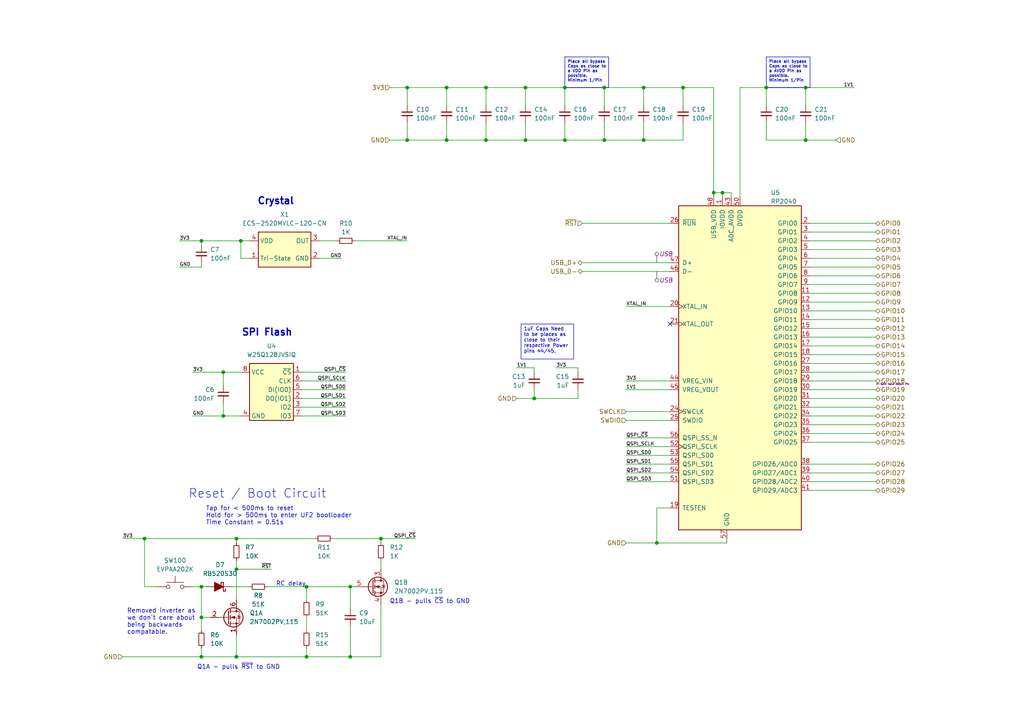
<source format=kicad_sch>
(kicad_sch (version 20250114) (generator "eeschema") (generator_version "9.0")
  (paper "A4")
  (lib_symbols
    (symbol "Device:C_Small" (pin_numbers (hide yes)) (pin_names (offset 0.254) (hide yes))
      (property "Reference" "C" (at 0.254 1.778 0))
      (property "Value" "C_Small" (at 0.254 -2.032 0))
      (symbol "C_Small_1_1"
        (pin passive line (at 0 2.54 270) (length 2.032) (name "~") (number "1"))
        (pin passive line (at 0 -2.54 90) (length 2.032) (name "~") (number "2"))
      )
    )
    (symbol "Device:R_Small" (pin_numbers (hide yes)) (pin_names (offset 0.254) (hide yes))
      (property "Reference" "R" (at 0 0 90))
      (property "Value" "R_Small" (at 1.778 0 90))
      (symbol "R_Small_1_1"
        (pin passive line (at 0 2.54 270) (length 0.762) (name "~") (number "1"))
        (pin passive line (at 0 -2.54 90) (length 0.762) (name "~") (number "2"))
      )
    )
    (symbol "FDG6335N_1" (pin_names (hide yes))
      (property "Reference" "Q" (at 5.08 1.905 0))
      (property "Value" "FDG6335N" (at 5.08 0 0))
      (symbol "FDG6335N_1_1_1"
        (pin passive line (at -5.08 0 0) (length 2.54) (name "G") (number "2"))
        (pin passive line (at 2.54 5.08 270) (length 2.54) (name "D") (number "6"))
        (pin passive line (at 2.54 -5.08 90) (length 2.54) (name "S") (number "1"))
      )
      (symbol "FDG6335N_1_2_1"
        (pin passive line (at -5.08 0 0) (length 2.54) (name "G") (number "5"))
        (pin passive line (at 2.54 5.08 270) (length 2.54) (name "D") (number "3"))
        (pin passive line (at 2.54 -5.08 90) (length 2.54) (name "S") (number "4"))
      )
    )
    (symbol "Mad_Symbols:ECS-2520MV"
      (property "Reference" "X" (at -5.08 6.35 0))
      (property "Value" "ECS-2520MV" (at -7.874 -6.35 0))
      (symbol "ECS-2520MV_1_1"
        (pin power_in line (at -10.16 2.54 0) (length 2.54) (name "VDD") (number "4"))
        (pin input line (at -10.16 -2.54 0) (length 2.54) (name "Tri-State") (number "1"))
        (pin output line (at 10.16 2.54 180) (length 2.54) (name "OUT") (number "3"))
        (pin power_in line (at 10.16 -2.54 180) (length 2.54) (name "GND") (number "2"))
      )
    )
    (symbol "Mad_Symbols:RB520S30" (pin_numbers (hide yes)) (pin_names (offset 1.016) (hide yes))
      (property "Reference" "D7" (at 0.3175 6.35 0))
      (property "Value" "RB520S30" (at 0.3175 3.81 0))
      (symbol "RB520S30_1_1"
        (pin passive line (at -3.81 0 0) (length 2.54) (name "A") (number "2"))
        (pin passive line (at 3.81 0 180) (length 2.54) (name "K") (number "1"))
      )
    )
    (symbol "Mad_Symbols:RP2040" (pin_names (offset 1.016))
      (property "Reference" "U4" (at 13.97 51.816 0))
      (property "Value" "RP2040" (at 13.97 49.276 0))
      (symbol "RP2040_1_1"
        (pin input line (at -20.32 43.18 0) (length 2.54) (name "~{RUN}") (number "26"))
        (pin bidirectional line (at -20.32 31.75 0) (length 2.54) (name "D+") (number "47"))
        (pin bidirectional line (at -20.32 29.21 0) (length 2.54) (name "D-") (number "46"))
        (pin input clock (at -20.32 19.05 0) (length 2.54) (name "XTAL_IN") (number "20"))
        (pin input clock (at -20.32 13.97 0) (length 2.54) (name "XTAL_OUT") (number "21"))
        (pin power_in line (at -20.32 -2.54 0) (length 2.54) (name "VREG_VIN") (number "44"))
        (pin power_out line (at -20.32 -5.08 0) (length 2.54) (name "VREG_VOUT") (number "45"))
        (pin input clock (at -20.32 -11.43 0) (length 2.54) (name "SWCLK") (number "24"))
        (pin bidirectional line (at -20.32 -13.97 0) (length 2.54) (name "SWDIO") (number "25"))
        (pin bidirectional line (at -20.32 -19.05 0) (length 2.54) (name "QSPI_SS_N") (number "56"))
        (pin output clock (at -20.32 -21.59 0) (length 2.54) (name "QSPI_SCLK") (number "52"))
        (pin bidirectional line (at -20.32 -24.13 0) (length 2.54) (name "QSPI_SD0") (number "53"))
        (pin bidirectional line (at -20.32 -26.67 0) (length 2.54) (name "QSPI_SD1") (number "55"))
        (pin bidirectional line (at -20.32 -29.21 0) (length 2.54) (name "QSPI_SD2") (number "54"))
        (pin bidirectional line (at -20.32 -31.75 0) (length 2.54) (name "QSPI_SD3") (number "51"))
        (pin input line (at -20.32 -39.37 0) (length 2.54) (name "TESTEN") (number "19"))
        (pin power_in line (at -7.62 50.8 270) (length 2.54) (name "USB_VDD") (number "48"))
        (pin power_in line (at -5.08 50.8 270) (length 2.54) (name "IOVDD") (number "1"))
        (pin passive line (at -5.08 50.8 270) (length 2.54) (hide yes) (name "IOVDD") (number "10"))
        (pin passive line (at -5.08 50.8 270) (length 2.54) (hide yes) (name "IOVDD") (number "22"))
        (pin passive line (at -5.08 50.8 270) (length 2.54) (hide yes) (name "IOVDD") (number "33"))
        (pin passive line (at -5.08 50.8 270) (length 2.54) (hide yes) (name "IOVDD") (number "42"))
        (pin passive line (at -5.08 50.8 270) (length 2.54) (hide yes) (name "IOVDD") (number "49"))
        (pin power_in line (at -3.81 -48.26 90) (length 2.54) (name "GND") (number "57"))
        (pin power_in line (at -2.54 50.8 270) (length 2.54) (name "ADC_AVDD") (number "43"))
        (pin passive line (at 0 50.8 270) (length 2.54) (hide yes) (name "DVDD") (number "23"))
        (pin power_in line (at 0 50.8 270) (length 2.54) (name "DVDD") (number "50"))
        (pin input line (at 20.32 43.18 180) (length 2.54) (name "GPIO0") (number "2"))
        (pin input line (at 20.32 40.64 180) (length 2.54) (name "GPIO1") (number "3"))
        (pin input line (at 20.32 38.1 180) (length 2.54) (name "GPIO2") (number "4"))
        (pin input line (at 20.32 35.56 180) (length 2.54) (name "GPIO3") (number "5"))
        (pin input line (at 20.32 33.02 180) (length 2.54) (name "GPIO4") (number "6"))
        (pin input line (at 20.32 30.48 180) (length 2.54) (name "GPIO5") (number "7"))
        (pin input line (at 20.32 27.94 180) (length 2.54) (name "GPIO6") (number "8"))
        (pin input line (at 20.32 25.4 180) (length 2.54) (name "GPIO7") (number "9"))
        (pin input line (at 20.32 22.86 180) (length 2.54) (name "GPIO8") (number "11"))
        (pin input line (at 20.32 20.32 180) (length 2.54) (name "GPIO9") (number "12"))
        (pin input line (at 20.32 17.78 180) (length 2.54) (name "GPIO10") (number "13"))
        (pin input line (at 20.32 15.24 180) (length 2.54) (name "GPIO11") (number "14"))
        (pin input line (at 20.32 12.7 180) (length 2.54) (name "GPIO12") (number "15"))
        (pin input line (at 20.32 10.16 180) (length 2.54) (name "GPIO13") (number "16"))
        (pin input line (at 20.32 7.62 180) (length 2.54) (name "GPIO14") (number "17"))
        (pin input line (at 20.32 5.08 180) (length 2.54) (name "GPIO15") (number "18"))
        (pin input line (at 20.32 2.54 180) (length 2.54) (name "GPIO16") (number "27"))
        (pin input line (at 20.32 0 180) (length 2.54) (name "GPIO17") (number "28"))
        (pin input line (at 20.32 -2.54 180) (length 2.54) (name "GPIO18") (number "29"))
        (pin input line (at 20.32 -5.08 180) (length 2.54) (name "GPIO19") (number "30"))
        (pin input line (at 20.32 -7.62 180) (length 2.54) (name "GPIO20") (number "31"))
        (pin input line (at 20.32 -10.16 180) (length 2.54) (name "GPIO21") (number "32"))
        (pin input line (at 20.32 -12.7 180) (length 2.54) (name "GPIO22") (number "34"))
        (pin input line (at 20.32 -15.24 180) (length 2.54) (name "GPIO23") (number "35"))
        (pin input line (at 20.32 -17.78 180) (length 2.54) (name "GPIO24") (number "36"))
        (pin input line (at 20.32 -20.32 180) (length 2.54) (name "GPIO25") (number "37"))
        (pin input line (at 20.32 -26.67 180) (length 2.54) (name "GPIO26/ADC0") (number "38"))
        (pin input line (at 20.32 -29.21 180) (length 2.54) (name "GPIO27/ADC1") (number "39"))
        (pin input line (at 20.32 -31.75 180) (length 2.54) (name "GPIO28/ADC2") (number "40"))
        (pin input line (at 20.32 -34.29 180) (length 2.54) (name "GPIO29/ADC3") (number "41"))
      )
    )
    (symbol "Mad_Symbols:W25Q128JVSIQ"
      (property "Reference" "U3" (at 1.905 10.795 0))
      (property "Value" "W25Q128JVSIQ" (at -3.81 8.89 0))
      (symbol "W25Q128JVSIQ_1_1"
        (pin input line (at -12.7 5.08 0) (length 2.54) (name "~{CS}") (number "1"))
        (pin input line (at -12.7 2.54 0) (length 2.54) (name "CLK") (number "6"))
        (pin bidirectional line (at -12.7 0 0) (length 2.54) (name "DI(IO0)") (number "5"))
        (pin bidirectional line (at -12.7 -2.54 0) (length 2.54) (name "DO(IO1)") (number "2"))
        (pin bidirectional line (at -12.7 -5.08 0) (length 2.54) (name "IO2") (number "3"))
        (pin bidirectional line (at -12.7 -7.62 0) (length 2.54) (name "IO3") (number "7"))
        (pin power_in line (at 5.08 5.08 180) (length 2.54) (name "VCC") (number "8"))
        (pin power_in line (at 5.08 -7.62 180) (length 2.54) (name "GND") (number "4"))
      )
    )
    (symbol "Switch:SW_Push" (pin_numbers (hide yes)) (pin_names (offset 1.016) (hide yes))
      (property "Reference" "SW" (at 1.27 2.54 0))
      (property "Value" "SW_Push" (at 0 -1.524 0))
      (symbol "SW_Push_0_1"
        (pin passive line (at -5.08 0 0) (length 2.54) (name "1") (number "1"))
        (pin passive line (at 5.08 0 180) (length 2.54) (name "2") (number "2"))
      )
    )
  )
  (text "SPI Flash" (at 77.47 96.52 0) (effects (font (size 2 2) (thickness 0.4) (bold yes))))
  (text "Tap for < 500ms to reset\nHold for > 500ms to enter UF2 bootloader\nTime Constant = 0.51s" (at 59.69 152.4 0) (effects (font (size 1.27 1.27)) (justify left bottom)))
  (text "Removed inverter as\nwe don't care about \nbeing backwards \ncompatable." (at 36.83 184.15 0) (effects (font (size 1.27 1.27)) (justify left bottom)))
  (text "Q1B - pulls ~{CS} to GND" (at 113.03 175.26 0) (effects (font (size 1.27 1.27)) (justify left bottom)))
  (text "Reset / Boot Circuit" (at 54.61 144.78 0) (effects (font (size 2.54 2.54)) (justify left bottom)))
  (text "Crystal" (at 80.01 58.42 0) (effects (font (size 2 2) (thickness 0.4) (bold yes))))
  (text "RC delay" (at 80.01 170.18 0) (effects (font (size 1.27 1.27)) (justify left bottom)))
  (text "Q1A - pulls ~{RST} to GND" (at 57.15 194.31 0) (effects (font (size 1.27 1.27)) (justify left bottom)))
  (text_box "Place all bypass Caps as close to a AVDD Pin as possible. Minimum 1/Pin" (at 222.25 16.51 0) (size 12.7 8.89) (margins 0.75 0.75 0.75 0.75) (effects (font (size 0.85 0.85)) (justify left top)))
  (text_box "Place all bypass Caps as close to a VDD Pin as possible. Minimum 1/Pin" (at 163.83 16.51 0) (size 12.7 8.89) (margins 0.75 0.75 0.75 0.75) (effects (font (size 0.85 0.85)) (justify left top)))
  (text_box "1uF Caps Need to be places as close to their respective Power pins 44/45." (at 151.13 93.98 0) (size 15.24 10.16) (margins 0.75 0.75 0.75 0.75) (effects (font (size 1 1)) (justify left top)))
  (junction (at 233.68 25.4))
  (junction (at 58.42 179.07))
  (junction (at 140.97 25.4))
  (junction (at 64.77 107.95))
  (junction (at 68.58 190.5))
  (junction (at 69.85 69.85))
  (junction (at 152.4 40.64))
  (junction (at 118.11 40.64))
  (junction (at 129.54 40.64))
  (junction (at 186.69 40.64))
  (junction (at 198.12 25.4))
  (junction (at 68.58 165.1))
  (junction (at 154.94 115.57))
  (junction (at 186.69 25.4))
  (junction (at 58.42 190.5))
  (junction (at 41.91 156.21))
  (junction (at 118.11 25.4))
  (junction (at 58.42 170.18))
  (junction (at 101.6 190.5))
  (junction (at 233.68 40.64))
  (junction (at 163.83 25.4))
  (junction (at 88.9 170.18))
  (junction (at 152.4 25.4))
  (junction (at 175.26 40.64))
  (junction (at 88.9 190.5))
  (junction (at 175.26 25.4))
  (junction (at 64.77 120.65))
  (junction (at 207.01 55.88))
  (junction (at 222.25 25.4))
  (junction (at 140.97 40.64))
  (junction (at 129.54 25.4))
  (junction (at 68.58 156.21))
  (junction (at 209.55 55.88))
  (junction (at 163.83 40.64))
  (junction (at 101.6 170.18))
  (junction (at 58.42 69.85))
  (junction (at 190.5 157.48))
  (junction (at 110.49 156.21))
  (no_connect (at 194.31 93.98))
  (wire (pts (xy 234.95 82.55) (xy 254 82.55)))
  (wire (pts (xy 233.68 40.64) (xy 242.57 40.64)))
  (wire (pts (xy 234.95 77.47) (xy 254 77.47)))
  (wire (pts (xy 222.25 35.56) (xy 222.25 40.64)))
  (wire (pts (xy 233.68 35.56) (xy 233.68 40.64)))
  (wire (pts (xy 234.95 87.63) (xy 254 87.63)))
  (wire (pts (xy 234.95 80.01) (xy 254 80.01)))
  (wire (pts (xy 113.03 25.4) (xy 118.11 25.4)))
  (wire (pts (xy 129.54 40.64) (xy 140.97 40.64)))
  (wire (pts (xy 234.95 139.7) (xy 254 139.7)))
  (wire (pts (xy 101.6 170.18) (xy 102.87 170.18)))
  (wire (pts (xy 35.56 156.21) (xy 41.91 156.21)))
  (wire (pts (xy 41.91 156.21) (xy 41.91 170.18)))
  (wire (pts (xy 234.95 105.41) (xy 254 105.41)))
  (wire (pts (xy 181.61 127) (xy 194.31 127)))
  (wire (pts (xy 210.82 157.48) (xy 210.82 156.21)))
  (wire (pts (xy 234.95 64.77) (xy 254 64.77)))
  (wire (pts (xy 181.61 88.9) (xy 194.31 88.9)))
  (wire (pts (xy 214.63 25.4) (xy 214.63 57.15)))
  (wire (pts (xy 149.86 106.68) (xy 154.94 106.68)))
  (wire (pts (xy 234.95 142.24) (xy 254 142.24)))
  (wire (pts (xy 234.95 90.17) (xy 254 90.17)))
  (wire (pts (xy 209.55 55.88) (xy 212.09 55.88)))
  (wire (pts (xy 69.85 120.65) (xy 64.77 120.65)))
  (wire (pts (xy 234.95 69.85) (xy 254 69.85)))
  (wire (pts (xy 69.85 69.85) (xy 69.85 74.93)))
  (wire (pts (xy 168.91 64.77) (xy 194.31 64.77)))
  (wire (pts (xy 186.69 35.56) (xy 186.69 40.64)))
  (wire (pts (xy 234.95 102.87) (xy 254 102.87)))
  (wire (pts (xy 41.91 170.18) (xy 45.72 170.18)))
  (wire (pts (xy 181.61 132.08) (xy 194.31 132.08)))
  (wire (pts (xy 101.6 190.5) (xy 110.49 190.5)))
  (wire (pts (xy 140.97 25.4) (xy 152.4 25.4)))
  (wire (pts (xy 234.95 85.09) (xy 254 85.09)))
  (wire (pts (xy 68.58 190.5) (xy 88.9 190.5)))
  (wire (pts (xy 129.54 25.4) (xy 140.97 25.4)))
  (wire (pts (xy 181.61 157.48) (xy 190.5 157.48)))
  (wire (pts (xy 190.5 157.48) (xy 190.5 147.32)))
  (wire (pts (xy 58.42 170.18) (xy 59.69 170.18)))
  (wire (pts (xy 129.54 25.4) (xy 129.54 30.48)))
  (wire (pts (xy 140.97 40.64) (xy 152.4 40.64)))
  (wire (pts (xy 100.33 107.95) (xy 87.63 107.95)))
  (wire (pts (xy 68.58 165.1) (xy 68.58 173.99)))
  (wire (pts (xy 58.42 179.07) (xy 60.96 179.07)))
  (wire (pts (xy 233.68 25.4) (xy 233.68 30.48)))
  (wire (pts (xy 68.58 162.56) (xy 68.58 165.1)))
  (wire (pts (xy 209.55 55.88) (xy 209.55 57.15)))
  (wire (pts (xy 72.39 74.93) (xy 69.85 74.93)))
  (wire (pts (xy 100.33 115.57) (xy 87.63 115.57)))
  (wire (pts (xy 207.01 55.88) (xy 207.01 57.15)))
  (wire (pts (xy 55.88 120.65) (xy 64.77 120.65)))
  (wire (pts (xy 154.94 106.68) (xy 154.94 107.95)))
  (wire (pts (xy 68.58 165.1) (xy 78.74 165.1)))
  (wire (pts (xy 88.9 187.96) (xy 88.9 190.5)))
  (wire (pts (xy 154.94 115.57) (xy 167.64 115.57)))
  (wire (pts (xy 234.95 92.71) (xy 254 92.71)))
  (wire (pts (xy 207.01 55.88) (xy 209.55 55.88)))
  (wire (pts (xy 58.42 69.85) (xy 69.85 69.85)))
  (wire (pts (xy 222.25 25.4) (xy 233.68 25.4)))
  (wire (pts (xy 102.87 69.85) (xy 118.11 69.85)))
  (wire (pts (xy 69.85 69.85) (xy 72.39 69.85)))
  (wire (pts (xy 234.95 115.57) (xy 254 115.57)))
  (wire (pts (xy 92.71 74.93) (xy 99.06 74.93)))
  (wire (pts (xy 58.42 170.18) (xy 58.42 179.07)))
  (wire (pts (xy 167.64 113.03) (xy 167.64 115.57)))
  (wire (pts (xy 168.91 78.74) (xy 194.31 78.74)))
  (wire (pts (xy 110.49 175.26) (xy 110.49 190.5)))
  (wire (pts (xy 77.47 170.18) (xy 88.9 170.18)))
  (wire (pts (xy 101.6 181.61) (xy 101.6 190.5)))
  (wire (pts (xy 68.58 184.15) (xy 68.58 190.5)))
  (wire (pts (xy 214.63 25.4) (xy 222.25 25.4)))
  (wire (pts (xy 163.83 40.64) (xy 163.83 35.56)))
  (wire (pts (xy 140.97 25.4) (xy 140.97 30.48)))
  (wire (pts (xy 222.25 25.4) (xy 222.25 30.48)))
  (wire (pts (xy 234.95 123.19) (xy 254 123.19)))
  (wire (pts (xy 186.69 40.64) (xy 198.12 40.64)))
  (wire (pts (xy 181.61 137.16) (xy 194.31 137.16)))
  (wire (pts (xy 52.07 77.47) (xy 58.42 77.47)))
  (wire (pts (xy 198.12 25.4) (xy 207.01 25.4)))
  (wire (pts (xy 68.58 156.21) (xy 68.58 157.48)))
  (wire (pts (xy 92.71 69.85) (xy 97.79 69.85)))
  (wire (pts (xy 234.95 67.31) (xy 254 67.31)))
  (wire (pts (xy 152.4 40.64) (xy 163.83 40.64)))
  (wire (pts (xy 129.54 40.64) (xy 129.54 35.56)))
  (wire (pts (xy 64.77 107.95) (xy 64.77 111.76)))
  (wire (pts (xy 68.58 156.21) (xy 91.44 156.21)))
  (wire (pts (xy 100.33 110.49) (xy 87.63 110.49)))
  (wire (pts (xy 118.11 25.4) (xy 118.11 30.48)))
  (wire (pts (xy 55.88 170.18) (xy 58.42 170.18)))
  (wire (pts (xy 101.6 170.18) (xy 101.6 176.53)))
  (wire (pts (xy 58.42 190.5) (xy 68.58 190.5)))
  (wire (pts (xy 175.26 40.64) (xy 186.69 40.64)))
  (wire (pts (xy 181.61 134.62) (xy 194.31 134.62)))
  (wire (pts (xy 234.95 107.95) (xy 254 107.95)))
  (wire (pts (xy 186.69 25.4) (xy 198.12 25.4)))
  (wire (pts (xy 234.95 110.49) (xy 254 110.49)))
  (wire (pts (xy 234.95 134.62) (xy 254 134.62)))
  (wire (pts (xy 96.52 156.21) (xy 110.49 156.21)))
  (wire (pts (xy 234.95 97.79) (xy 254 97.79)))
  (wire (pts (xy 52.07 69.85) (xy 58.42 69.85)))
  (wire (pts (xy 64.77 116.84) (xy 64.77 120.65)))
  (wire (pts (xy 152.4 35.56) (xy 152.4 40.64)))
  (wire (pts (xy 163.83 25.4) (xy 175.26 25.4)))
  (wire (pts (xy 41.91 156.21) (xy 68.58 156.21)))
  (wire (pts (xy 118.11 35.56) (xy 118.11 40.64)))
  (wire (pts (xy 163.83 40.64) (xy 175.26 40.64)))
  (wire (pts (xy 234.95 137.16) (xy 254 137.16)))
  (wire (pts (xy 234.95 72.39) (xy 254 72.39)))
  (wire (pts (xy 110.49 156.21) (xy 120.65 156.21)))
  (wire (pts (xy 207.01 25.4) (xy 207.01 55.88)))
  (wire (pts (xy 168.91 76.2) (xy 194.31 76.2)))
  (wire (pts (xy 110.49 162.56) (xy 110.49 165.1)))
  (wire (pts (xy 58.42 187.96) (xy 58.42 190.5)))
  (wire (pts (xy 175.26 25.4) (xy 175.26 30.48)))
  (wire (pts (xy 198.12 25.4) (xy 198.12 30.48)))
  (wire (pts (xy 118.11 25.4) (xy 129.54 25.4)))
  (wire (pts (xy 154.94 113.03) (xy 154.94 115.57)))
  (wire (pts (xy 58.42 77.47) (xy 58.42 76.2)))
  (wire (pts (xy 88.9 170.18) (xy 88.9 173.99)))
  (wire (pts (xy 140.97 35.56) (xy 140.97 40.64)))
  (wire (pts (xy 88.9 170.18) (xy 101.6 170.18)))
  (wire (pts (xy 88.9 190.5) (xy 101.6 190.5)))
  (wire (pts (xy 198.12 35.56) (xy 198.12 40.64)))
  (wire (pts (xy 212.09 55.88) (xy 212.09 57.15)))
  (wire (pts (xy 35.56 190.5) (xy 58.42 190.5)))
  (wire (pts (xy 234.95 120.65) (xy 254 120.65)))
  (wire (pts (xy 181.61 129.54) (xy 194.31 129.54)))
  (wire (pts (xy 113.03 40.64) (xy 118.11 40.64)))
  (wire (pts (xy 175.26 40.64) (xy 175.26 35.56)))
  (wire (pts (xy 161.29 106.68) (xy 167.64 106.68)))
  (wire (pts (xy 234.95 95.25) (xy 254 95.25)))
  (wire (pts (xy 152.4 25.4) (xy 163.83 25.4)))
  (wire (pts (xy 58.42 71.12) (xy 58.42 69.85)))
  (wire (pts (xy 181.61 119.38) (xy 194.31 119.38)))
  (wire (pts (xy 67.31 170.18) (xy 72.39 170.18)))
  (wire (pts (xy 88.9 179.07) (xy 88.9 182.88)))
  (wire (pts (xy 190.5 157.48) (xy 210.82 157.48)))
  (wire (pts (xy 152.4 25.4) (xy 152.4 30.48)))
  (wire (pts (xy 186.69 25.4) (xy 186.69 30.48)))
  (wire (pts (xy 181.61 121.92) (xy 194.31 121.92)))
  (wire (pts (xy 234.95 100.33) (xy 254 100.33)))
  (wire (pts (xy 118.11 40.64) (xy 129.54 40.64)))
  (wire (pts (xy 181.61 113.03) (xy 194.31 113.03)))
  (wire (pts (xy 234.95 118.11) (xy 254 118.11)))
  (wire (pts (xy 100.33 118.11) (xy 87.63 118.11)))
  (wire (pts (xy 233.68 25.4) (xy 247.65 25.4)))
  (wire (pts (xy 100.33 120.65) (xy 87.63 120.65)))
  (wire (pts (xy 69.85 107.95) (xy 64.77 107.95)))
  (wire (pts (xy 234.95 125.73) (xy 254 125.73)))
  (wire (pts (xy 149.86 115.57) (xy 154.94 115.57)))
  (wire (pts (xy 55.88 107.95) (xy 64.77 107.95)))
  (wire (pts (xy 175.26 25.4) (xy 186.69 25.4)))
  (wire (pts (xy 58.42 179.07) (xy 58.42 182.88)))
  (wire (pts (xy 167.64 106.68) (xy 167.64 107.95)))
  (wire (pts (xy 163.83 25.4) (xy 163.83 30.48)))
  (wire (pts (xy 234.95 113.03) (xy 254 113.03)))
  (wire (pts (xy 181.61 139.7) (xy 194.31 139.7)))
  (wire (pts (xy 100.33 113.03) (xy 87.63 113.03)))
  (wire (pts (xy 234.95 128.27) (xy 254 128.27)))
  (wire (pts (xy 190.5 147.32) (xy 194.31 147.32)))
  (wire (pts (xy 234.95 74.93) (xy 254 74.93)))
  (wire (pts (xy 233.68 40.64) (xy 222.25 40.64)))
  (wire (pts (xy 181.61 110.49) (xy 194.31 110.49)))
  (wire (pts (xy 110.49 156.21) (xy 110.49 157.48)))
  (label "QSPI_SD3" (at 100.33 120.65 180) (effects (font (size 1 1))))
  (label "1V1" (at 181.61 113.03 0) (effects (font (size 1 1))))
  (label "XTAL_IN" (at 118.11 69.85 180) (effects (font (size 1 1))))
  (label "QSPI_SD1" (at 100.33 115.57 180) (effects (font (size 1 1))))
  (label "GND" (at 99.06 74.93 180) (effects (font (size 1 1))))
  (label "QSPI_~{CS}" (at 181.61 127 0) (effects (font (size 1 1))))
  (label "3V3" (at 35.56 156.21 0) (effects (font (size 1 1))))
  (label "1V1" (at 247.65 25.4 180) (effects (font (size 1 1))))
  (label "QSPI_SCLK" (at 100.33 110.49 180) (effects (font (size 1 1))))
  (label "QSPI_SD0" (at 100.33 113.03 180) (effects (font (size 1 1))))
  (label "QSPI_SD2" (at 100.33 118.11 180) (effects (font (size 1 1))))
  (label "3V3" (at 181.61 110.49 0) (effects (font (size 1 1))))
  (label "QSPI_SD3" (at 181.61 139.7 0) (effects (font (size 1 1))))
  (label "GND" (at 55.88 120.65 0) (effects (font (size 1 1))))
  (label "QSPI_~{CS}" (at 100.33 107.95 180) (effects (font (size 1 1))))
  (label "~{RST}" (at 78.74 165.1 180) (effects (font (size 1 1))))
  (label "GND" (at 52.07 77.47 0) (effects (font (size 1 1))))
  (label "QSPI_SCLK" (at 181.61 129.54 0) (effects (font (size 1 1))))
  (label "3V3" (at 161.29 106.68 0) (effects (font (size 1 1))))
  (label "QSPI_SD2" (at 181.61 137.16 0) (effects (font (size 1 1))))
  (label "3V3" (at 52.07 69.85 0) (effects (font (size 1 1))))
  (label "QSPI_~{CS}" (at 120.65 156.21 180) (effects (font (size 1 1))))
  (label "1V1" (at 149.86 106.68 0) (effects (font (size 1 1))))
  (label "XTAL_IN" (at 181.61 88.9 0) (effects (font (size 1 1))))
  (label "QSPI_SD1" (at 181.61 134.62 0) (effects (font (size 1 1))))
  (label "3V3" (at 55.88 107.95 0) (effects (font (size 1 1))))
  (label "QSPI_SD0" (at 181.61 132.08 0) (effects (font (size 1 1))))
  (hierarchical_label "GPIO20" (shape bidirectional) (at 254 115.57 0))
  (hierarchical_label "GND" (shape input) (at 181.61 157.48 180))
  (hierarchical_label "GPIO3" (shape bidirectional) (at 254 72.39 0))
  (hierarchical_label "GPIO15" (shape bidirectional) (at 254 102.87 0))
  (hierarchical_label "GPIO14" (shape bidirectional) (at 254 100.33 0))
  (hierarchical_label "GPIO11" (shape bidirectional) (at 254 92.71 0))
  (hierarchical_label "GPIO2" (shape bidirectional) (at 254 69.85 0))
  (hierarchical_label "GPIO10" (shape bidirectional) (at 254 90.17 0))
  (hierarchical_label "~{RST}" (shape input) (at 168.91 64.77 180))
  (hierarchical_label "GPIO5" (shape bidirectional) (at 254 77.47 0))
  (hierarchical_label "GPIO9" (shape bidirectional) (at 254 87.63 0))
  (hierarchical_label "GPIO29" (shape bidirectional) (at 254 142.24 0))
  (hierarchical_label "GPIO27" (shape bidirectional) (at 254 137.16 0))
  (hierarchical_label "GPIO26" (shape bidirectional) (at 254 134.62 0))
  (hierarchical_label "GPIO19" (shape bidirectional) (at 254 113.03 0))
  (hierarchical_label "GPIO16" (shape bidirectional) (at 254 105.41 0))
  (hierarchical_label "USB_D-" (shape bidirectional) (at 168.91 78.74 180))
  (hierarchical_label "GPIO0" (shape bidirectional) (at 254 64.77 0))
  (hierarchical_label "GPIO25" (shape bidirectional) (at 254 128.27 0))
  (hierarchical_label "GPIO17" (shape bidirectional) (at 254 107.95 0))
  (hierarchical_label "SWCLK" (shape input) (at 181.61 119.38 180))
  (hierarchical_label "GND" (shape input) (at 149.86 115.57 180))
  (hierarchical_label "GPIO23" (shape bidirectional) (at 254 123.19 0))
  (hierarchical_label "GPIO21" (shape bidirectional) (at 254 118.11 0))
  (hierarchical_label "GPIO1" (shape bidirectional) (at 254 67.31 0))
  (hierarchical_label "USB_D+" (shape bidirectional) (at 168.91 76.2 180))
  (hierarchical_label "GND" (shape input) (at 35.56 190.5 180))
  (hierarchical_label "GPIO7" (shape bidirectional) (at 254 82.55 0))
  (hierarchical_label "GPIO18" (shape bidirectional) (at 254 110.49 0) (property "IF" "Split Hand Detect Pin" (at 254 111.375 0) (show_name yes) (effects (font (size 0.5 0.5) (italic yes)) (justify left))))
  (hierarchical_label "GPIO4" (shape bidirectional) (at 254 74.93 0))
  (hierarchical_label "GPIO13" (shape bidirectional) (at 254 97.79 0))
  (hierarchical_label "GPIO22" (shape bidirectional) (at 254 120.65 0))
  (hierarchical_label "3V3" (shape input) (at 113.03 25.4 180))
  (hierarchical_label "GPIO8" (shape bidirectional) (at 254 85.09 0))
  (hierarchical_label "GPIO24" (shape bidirectional) (at 254 125.73 0))
  (hierarchical_label "GND" (shape input) (at 113.03 40.64 180))
  (hierarchical_label "GPIO28" (shape bidirectional) (at 254 139.7 0))
  (hierarchical_label "GPIO6" (shape bidirectional) (at 254 80.01 0))
  (hierarchical_label "SWDIO" (shape input) (at 181.61 121.92 180))
  (hierarchical_label "GPIO12" (shape bidirectional) (at 254 95.25 0))
  (hierarchical_label "GND" (shape input) (at 242.57 40.64 0))
  (netclass_flag "" (length 2.54) (shape round) (at 190.5 78.74 180) (property "Netclass" "USB" (at 191.1985 81.28 0) (effects (font (italic yes)) (justify left))))
  (netclass_flag "" (length 2.54) (shape round) (at 190.5 76.2 0) (property "Netclass" "USB" (at 191.1985 73.66 0) (effects (font (italic yes)) (justify left))))
  (symbol (lib_id "Device:C_Small") (at 152.4 33.02 0) (mirror y) (unit 1)
    (property "Reference" "C14" (at 154.94 31.7562 0) (effects (justify right)))
    (property "Value" "100nF" (at 154.94 34.2962 0) (effects (justify right)))
    (property "Footprint" "Capacitor_SMD:C_0603_1608Metric" (effects (hide yes)))
    (property "Datasheet" "https://www.yageo.com/upload/media/product/productsearch/datasheet/mlcc/UPY-GPHC_X7R_6.3V-to-250V_24.pdf" (effects (hide yes)))
    (property "Description" "0.1 µF ±10% 50V Ceramic Capacitor X7R 0603 (1608 Metric)" (effects (hide yes)))
    (property "MPN" "CC0603KPX7R9BB104" (effects (hide yes)))
    (property "Manufacturer" "YAGEO" (effects (hide yes)))
    (property "Price" "$0.10 " (effects (hide yes)))
    (property "Rating" "CAP CER 0.1UF 50V X7R 0603" (effects (hide yes)))
    (property "Supplier" "Digikey" (effects (hide yes)))
    (property "LCSC" "C432917" (effects (hide yes)))
    (property "digikey" "311-3567-1-ND" (effects (hide yes)))
    (property "mouser" "603-CC603KPX7R9BB104" (effects (hide yes)))
  )
  (symbol (lib_name "FDG6335N_1") (lib_id "Transistor_FET:FDG6335N") (at 107.95 170.18 0) (unit 2)
    (property "Reference" "Q1" (at 114.3 168.9099 0) (effects (justify left)))
    (property "Value" "2N7002PV,115" (at 114.3 171.4499 0) (effects (justify left)))
    (property "Footprint" "Package_TO_SOT_SMD:SOT-666" (effects (hide yes)))
    (property "Datasheet" "https://wmsc.lcsc.com/wmsc/upload/file/pdf/v2/lcsc/2006101914_Nexperia-2N7002PV-115_C551422.pdf" (effects (hide yes)))
    (property "Description" "Mosfet Array 60V 350mA 330mW Surface Mount SOT-666" (effects (hide yes)))
    (property "Price" "$0.64" (effects (hide yes)))
    (property "Rating" "MOSFET 2N-CH 60V 0.35A SOT666" (effects (hide yes)))
    (property "Supplier" "Digikey" (effects (hide yes)))
    (property "Manufacturer" "Diodes Incorporated" (effects (hide yes)))
    (property "MPN" "2N7002PV,115" (effects (hide yes)))
    (property "LCSC" "C551422" (effects (hide yes)))
    (property "digikey" "1727-4792-1-ND" (effects (hide yes)))
    (property "mouser" "771-2N7002PV-115" (effects (hide yes)))
  )
  (symbol (lib_id "Device:R_Small") (at 68.58 160.02 180) (unit 1)
    (property "Reference" "R7" (at 71.12 158.7499 0) (effects (justify right)))
    (property "Value" "10K" (at 71.12 161.2899 0) (effects (justify right)))
    (property "Footprint" "Resistor_SMD:R_0603_1608Metric" (effects (hide yes)))
    (property "Datasheet" "https://www.yageo.com/upload/media/product/products/datasheet/rchip/PYu-RC_Group_51_RoHS_L_12.pdf" (effects (hide yes)))
    (property "Description" "10 kOhms ±1% 0.1W, 1/10W Chip Resistor 0603 (1608 Metric) Moisture Resistant Thick Film" (effects (hide yes)))
    (property "Price" "$0.10 " (effects (hide yes)))
    (property "Rating" "RES 10K OHM 1% 1/16W 0603" (effects (hide yes)))
    (property "Supplier" "Digikey" (effects (hide yes)))
    (property "Manufacturer" "YAGEO" (effects (hide yes)))
    (property "MPN" "RC0603FR-0710KL" (effects (hide yes)))
    (property "LCSC" "C60490" (effects (hide yes)))
    (property "digikey" "311-10.0KHRCT-ND" (effects (hide yes)))
    (property "mouser" "603-RC0603FR-0710KL" (effects (hide yes)))
  )
  (symbol (lib_id "Mad_Symbols:RP2040") (at 214.63 107.95 0) (unit 1)
    (property "Reference" "U5" (at 223.52 55.88 0) (effects (justify left)))
    (property "Value" "RP2040" (at 223.52 58.42 0) (effects (justify left)))
    (property "Footprint" "Package_DFN_QFN:QFN-56-1EP_7x7mm_P0.4mm_EP3.2x3.2mm" (effects (hide yes)))
    (property "Datasheet" "https://datasheets.raspberrypi.com/rp2040/rp2040-datasheet.pdf" (effects (hide yes)))
    (property "Description" "ARM® Cortex®-M0+ - Microcontroller IC 32-Bit Dual-Core 133MHz External Program Memory 56-QFN (7x7)" (effects (hide yes)))
    (property "Price" "$1.11" (effects (hide yes)))
    (property "Rating" "IC MCU 32BIT EXT MEM 56QFN" (effects (hide yes)))
    (property "Supplier" "Digikey" (effects (hide yes)))
    (property "Manufacturer" "Raspberry Pi" (effects (hide yes)))
    (property "MPN" "SC0914(13)" (effects (hide yes)))
    (property "LCSC" "C2040" (effects (hide yes)))
    (property "digikey" "2648-SC0914(13)CT-ND" (effects (hide yes)))
    (property "mouser" "358-SC091413" (effects (hide yes)))
  )
  (symbol (lib_id "Device:R_Small") (at 58.42 185.42 180) (unit 1)
    (property "Reference" "R6" (at 60.96 184.1499 0) (effects (justify right)))
    (property "Value" "10K" (at 60.96 186.6899 0) (effects (justify right)))
    (property "Footprint" "Resistor_SMD:R_0603_1608Metric" (effects (hide yes)))
    (property "Datasheet" "https://www.yageo.com/upload/media/product/products/datasheet/rchip/PYu-RC_Group_51_RoHS_L_12.pdf" (effects (hide yes)))
    (property "Description" "10 kOhms ±1% 0.1W, 1/10W Chip Resistor 0603 (1608 Metric) Moisture Resistant Thick Film" (effects (hide yes)))
    (property "Price" "$0.10 " (effects (hide yes)))
    (property "Rating" "RES 10K OHM 1% 1/16W 0603" (effects (hide yes)))
    (property "Supplier" "Digikey" (effects (hide yes)))
    (property "Manufacturer" "YAGEO" (effects (hide yes)))
    (property "MPN" "RC0603FR-0710KL" (effects (hide yes)))
    (property "LCSC" "C60490" (effects (hide yes)))
    (property "digikey" "311-10.0KHRCT-ND" (effects (hide yes)))
    (property "mouser" "603-RC0603FR-0710KL" (effects (hide yes)))
  )
  (symbol (lib_id "Device:C_Small") (at 101.6 179.07 0) (unit 1)
    (property "Reference" "C9" (at 104.14 177.8062 0) (effects (justify left)))
    (property "Value" "10uF" (at 104.14 180.3462 0) (effects (justify left)))
    (property "Footprint" "Capacitor_SMD:C_0805_2012Metric" (effects (hide yes)))
    (property "Datasheet" "https://www.yageo.com/upload/media/product/app/datasheet/mlcc/upy-gphc_x5r_4v-to-50v.pdf" (effects (hide yes)))
    (property "Description" "10 µF ±10% 25V Ceramic Capacitor X5R 0805 (2012 Metric)" (effects (hide yes)))
    (property "Price" "$0.47" (effects (hide yes)))
    (property "Rating" "CAP CER 10UF 25V X5R 0805" (effects (hide yes)))
    (property "Supplier" "Digikey" (effects (hide yes)))
    (property "Manufacturer" "YAGEO" (effects (hide yes)))
    (property "MPN" "CC0805KKX5R8BB106" (effects (hide yes)))
    (property "LCSC" "C2932476" (effects (hide yes)))
    (property "digikey" "311-1869-1-ND" (effects (hide yes)))
    (property "mouser" "603-CC805KKX5R8BB106" (effects (hide yes)))
  )
  (symbol (lib_id "Device:C_Small") (at 118.11 33.02 0) (mirror y) (unit 1)
    (property "Reference" "C10" (at 120.65 31.7562 0) (effects (justify right)))
    (property "Value" "100nF" (at 120.65 34.2962 0) (effects (justify right)))
    (property "Footprint" "Capacitor_SMD:C_0603_1608Metric" (effects (hide yes)))
    (property "Datasheet" "https://www.yageo.com/upload/media/product/productsearch/datasheet/mlcc/UPY-GPHC_X7R_6.3V-to-250V_24.pdf" (effects (hide yes)))
    (property "Description" "0.1 µF ±10% 50V Ceramic Capacitor X7R 0603 (1608 Metric)" (effects (hide yes)))
    (property "Price" "$0.10 " (effects (hide yes)))
    (property "Rating" "CAP CER 0.1UF 50V X7R 0603" (effects (hide yes)))
    (property "Supplier" "Digikey" (effects (hide yes)))
    (property "Manufacturer" "YAGEO" (effects (hide yes)))
    (property "MPN" "CC0603KPX7R9BB104" (effects (hide yes)))
    (property "LCSC" "C432917" (effects (hide yes)))
    (property "digikey" "311-3567-1-ND" (effects (hide yes)))
    (property "mouser" "603-CC603KPX7R9BB104" (effects (hide yes)))
  )
  (symbol (lib_id "Mad_Symbols:ECS-2520MV") (at 82.55 72.39 0) (unit 1)
    (property "Reference" "X1" (at 82.55 62.23 0))
    (property "Value" "ECS-2520MVLC-120-CN" (at 82.55 64.77 0))
    (property "Footprint" "Oscillator:Oscillator_SMD_ECS_2520MV-xxx-xx-4Pin_2.5x2.0mm" (effects (hide yes)))
    (property "Datasheet" "https://www.ecsxtal.com/store/pdf/ECS-2520MV.pdf" (effects (hide yes)))
    (property "Description" "HCMOS Crystal Clock Oscillator, 2.5x2.0 mm SMD" (effects (hide yes)))
    (property "Price" "$1.99" (effects (hide yes)))
    (property "Rating" "XTAL OSC XO 12.0000MHZ CMOS SMD" (effects (hide yes)))
    (property "Supplier" "Digikey" (effects (hide yes)))
    (property "Manufacturer" "ECS Inc." (effects (hide yes)))
    (property "MPN" "ECS-2520MVLC-120-CN-TR" (effects (hide yes)))
    (property "LCSC" "C669073" (effects (hide yes)))
    (property "digikey" "50-ECS-2520MVLC-120-CN-TRCT-ND" (effects (hide yes)))
    (property "mouser" "520-2520MVLC-120CNTR" (effects (hide yes)))
  )
  (symbol (lib_id "Device:C_Small") (at 154.94 110.49 0) (mirror x) (unit 1)
    (property "Reference" "C13" (at 152.4 109.2135 0) (effects (justify right)))
    (property "Value" "1uF" (at 152.4 111.7535 0) (effects (justify right)))
    (property "Footprint" "Capacitor_SMD:C_0603_1608Metric" (effects (hide yes)))
    (property "Datasheet" "https://www.yageo.com/upload/media/product/app/datasheet/mlcc/upy-gphc_x5r_4v-to-50v.pdf" (effects (hide yes)))
    (property "Description" "0.1 µF ±10% 25V Ceramic Capacitor X7R 0402 (1005 Metric)" (effects (hide yes)))
    (property "MPN" "CC0603KRX5R8BB105" (effects (hide yes)))
    (property "Manufacturer" "YAGEO" (effects (hide yes)))
    (property "Price" "$0.16" (effects (hide yes)))
    (property "Rating" "CAP CER 1UF 25V X5R 0603" (effects (hide yes)))
    (property "Supplier" "Digikey" (effects (hide yes)))
    (property "LCSC" "C14664" (effects (hide yes)))
    (property "digikey" "311-1445-1-ND" (effects (hide yes)))
    (property "mouser" "603-CC603KRX5R8BB105" (effects (hide yes)))
  )
  (symbol (lib_id "Device:C_Small") (at 129.54 33.02 0) (mirror y) (unit 1)
    (property "Reference" "C11" (at 132.08 31.7562 0) (effects (justify right)))
    (property "Value" "100nF" (at 132.08 34.2962 0) (effects (justify right)))
    (property "Footprint" "Capacitor_SMD:C_0603_1608Metric" (effects (hide yes)))
    (property "Datasheet" "https://www.yageo.com/upload/media/product/productsearch/datasheet/mlcc/UPY-GPHC_X7R_6.3V-to-250V_24.pdf" (effects (hide yes)))
    (property "Description" "0.1 µF ±10% 50V Ceramic Capacitor X7R 0603 (1608 Metric)" (effects (hide yes)))
    (property "MPN" "CC0603KPX7R9BB104" (effects (hide yes)))
    (property "Manufacturer" "YAGEO" (effects (hide yes)))
    (property "Price" "$0.10 " (effects (hide yes)))
    (property "Rating" "CAP CER 0.1UF 50V X7R 0603" (effects (hide yes)))
    (property "Supplier" "Digikey" (effects (hide yes)))
    (property "LCSC" "C432917" (effects (hide yes)))
    (property "digikey" "311-3567-1-ND" (effects (hide yes)))
    (property "mouser" "603-CC603KPX7R9BB104" (effects (hide yes)))
  )
  (symbol (lib_name "FDG6335N_1") (lib_id "Transistor_FET:FDG6335N") (at 66.04 179.07 0) (unit 1)
    (property "Reference" "Q1" (at 72.39 177.7999 0) (effects (justify left)))
    (property "Value" "2N7002PV,115" (at 72.39 180.3399 0) (effects (justify left)))
    (property "Footprint" "Package_TO_SOT_SMD:SOT-666" (effects (hide yes)))
    (property "Datasheet" "https://wmsc.lcsc.com/wmsc/upload/file/pdf/v2/lcsc/2006101914_Nexperia-2N7002PV-115_C551422.pdf" (effects (hide yes)))
    (property "Description" "Mosfet Array 60V 350mA 330mW Surface Mount SOT-666" (effects (hide yes)))
    (property "Price" "$0.64" (effects (hide yes)))
    (property "Rating" "MOSFET 2N-CH 60V 0.35A SOT666" (effects (hide yes)))
    (property "Supplier" "Digikey" (effects (hide yes)))
    (property "Manufacturer" "Diodes Incorporated" (effects (hide yes)))
    (property "MPN" "2N7002PV,115" (effects (hide yes)))
    (property "LCSC" "C551422" (effects (hide yes)))
    (property "digikey" "1727-4792-1-ND" (effects (hide yes)))
    (property "mouser" "771-2N7002PV-115" (effects (hide yes)))
  )
  (symbol (lib_id "Mad_Symbols:W25Q128JVSIQ") (at 74.93 113.03 0) (mirror y) (unit 1)
    (property "Reference" "U4" (at 78.74 100.33 0))
    (property "Value" "W25Q128JVSIQ" (at 78.74 102.87 0))
    (property "Footprint" "Mad_Footprints:SOIC-8_5.23x5.23mm_P1.27mm" (effects (hide yes)))
    (property "Datasheet" "https://www.winbond.com/resource-files/W25Q128JV%20RevI%2008232021%20Plus.pdf" (effects (hide yes)))
    (property "Description" "FLASH - NOR Memory IC 128Mbit SPI - Quad I/O, QPI, DTR 133 MHz 8-SOIC" (effects (hide yes)))
    (property "Manufacturer" "Winbond Electronics" (effects (hide yes)))
    (property "Price" "$2.72" (effects (hide yes)))
    (property "Rating" "IC FLASH 128MBIT SPI/QUAD 8SOIC" (effects (hide yes)))
    (property "Supplier" "Digikey" (effects (hide yes)))
    (property "MPN" "W25Q128JVSIQ" (effects (hide yes)))
    (property "LCSC" "C97521" (effects (hide yes)))
    (property "digikey" "W25Q128JVSIQ-ND" (effects (hide yes)))
  )
  (symbol (lib_id "Device:C_Small") (at 64.77 114.3 0) (mirror y) (unit 1)
    (property "Reference" "C6" (at 62.23 113.0362 0) (effects (justify left)))
    (property "Value" "100nF" (at 62.23 115.5762 0) (effects (justify left)))
    (property "Footprint" "Capacitor_SMD:C_0603_1608Metric" (effects (hide yes)))
    (property "Datasheet" "https://www.yageo.com/upload/media/product/productsearch/datasheet/mlcc/UPY-GPHC_X7R_6.3V-to-250V_24.pdf" (effects (hide yes)))
    (property "Description" "0.1 µF ±10% 50V Ceramic Capacitor X7R 0603 (1608 Metric)" (effects (hide yes)))
    (property "MPN" "CC0603KPX7R9BB104" (effects (hide yes)))
    (property "Manufacturer" "YAGEO" (effects (hide yes)))
    (property "Price" "$0.10 " (effects (hide yes)))
    (property "Rating" "CAP CER 0.1UF 50V X7R 0603" (effects (hide yes)))
    (property "Supplier" "Digikey" (effects (hide yes)))
    (property "LCSC" "C432917" (effects (hide yes)))
    (property "digikey" "311-3567-1-ND" (effects (hide yes)))
    (property "mouser" "603-CC603KPX7R9BB104" (effects (hide yes)))
  )
  (symbol (lib_id "Mad_Symbols:RB520S30") (at 63.5 170.18 0) (unit 1)
    (property "Reference" "D7" (at 63.8175 163.83 0))
    (property "Value" "RB520S30" (at 63.8175 166.37 0))
    (property "Footprint" "Diode_SMD:D_SOD-523" (effects (hide yes)))
    (property "Datasheet" "https://www.onsemi.com/pdf/datasheet/rb520s30t1-d.pdf" (effects (hide yes)))
    (property "Description" "Diode 30 V 200mA Surface Mount SOD-523" (effects (hide yes)))
    (property "Price" "$0.21" (effects (hide yes)))
    (property "Rating" "DIODE SCHOTTKY 30V 200MA SOD523" (effects (hide yes)))
    (property "Supplier" "Digikey" (effects (hide yes)))
    (property "Manufacturer" "onsemi" (effects (hide yes)))
    (property "MPN" "RB520S30T5G" (effects (hide yes)))
    (property "LCSC" "C232575" (effects (hide yes)))
    (property "digikey" "RB520S30T5GOSCT-ND" (effects (hide yes)))
    (property "mouser" "863-RB520S30T5G" (effects (hide yes)))
  )
  (symbol (lib_id "Device:C_Small") (at 163.83 33.02 0) (mirror y) (unit 1)
    (property "Reference" "C16" (at 166.37 31.7562 0) (effects (justify right)))
    (property "Value" "100nF" (at 166.37 34.2962 0) (effects (justify right)))
    (property "Footprint" "Capacitor_SMD:C_0603_1608Metric" (effects (hide yes)))
    (property "Datasheet" "https://www.yageo.com/upload/media/product/productsearch/datasheet/mlcc/UPY-GPHC_X7R_6.3V-to-250V_24.pdf" (effects (hide yes)))
    (property "Description" "0.1 µF ±10% 50V Ceramic Capacitor X7R 0603 (1608 Metric)" (effects (hide yes)))
    (property "MPN" "CC0603KPX7R9BB104" (effects (hide yes)))
    (property "Manufacturer" "YAGEO" (effects (hide yes)))
    (property "Price" "$0.10 " (effects (hide yes)))
    (property "Rating" "CAP CER 0.1UF 50V X7R 0603" (effects (hide yes)))
    (property "Supplier" "Digikey" (effects (hide yes)))
    (property "LCSC" "C432917" (effects (hide yes)))
    (property "digikey" "311-3567-1-ND" (effects (hide yes)))
    (property "mouser" "603-CC603KPX7R9BB104" (effects (hide yes)))
  )
  (symbol (lib_id "Device:C_Small") (at 233.68 33.02 0) (mirror y) (unit 1)
    (property "Reference" "C21" (at 236.22 31.7562 0) (effects (justify right)))
    (property "Value" "100nF" (at 236.22 34.2962 0) (effects (justify right)))
    (property "Footprint" "Capacitor_SMD:C_0603_1608Metric" (effects (hide yes)))
    (property "Datasheet" "https://www.yageo.com/upload/media/product/productsearch/datasheet/mlcc/UPY-GPHC_X7R_6.3V-to-250V_24.pdf" (effects (hide yes)))
    (property "Description" "0.1 µF ±10% 50V Ceramic Capacitor X7R 0603 (1608 Metric)" (effects (hide yes)))
    (property "MPN" "CC0603KPX7R9BB104" (effects (hide yes)))
    (property "Manufacturer" "YAGEO" (effects (hide yes)))
    (property "Price" "$0.10 " (effects (hide yes)))
    (property "Rating" "CAP CER 0.1UF 50V X7R 0603" (effects (hide yes)))
    (property "Supplier" "Digikey" (effects (hide yes)))
    (property "LCSC" "C432917" (effects (hide yes)))
    (property "digikey" "311-3567-1-ND" (effects (hide yes)))
    (property "mouser" "603-CC603KPX7R9BB104" (effects (hide yes)))
  )
  (symbol (lib_id "Device:R_Small") (at 88.9 185.42 0) (mirror y) (unit 1)
    (property "Reference" "R15" (at 91.44 184.1499 0) (effects (justify right)))
    (property "Value" "51K" (at 91.44 186.6899 0) (effects (justify right)))
    (property "Footprint" "Resistor_SMD:R_0603_1608Metric" (effects (hide yes)))
    (property "Datasheet" "https://www.yageo.com/upload/media/product/products/datasheet/rchip/PYu-RC_Group_51_RoHS_L_12.pdf" (effects (hide yes)))
    (property "Description" "51 kOhms ±1% 0.1W, 1/10W Chip Resistor 0603 (1608 Metric) Moisture Resistant Thick Film" (effects (hide yes)))
    (property "Price" "$0.10 " (effects (hide yes)))
    (property "Rating" "RES 51K OHM 1% 1/16W 0603" (effects (hide yes)))
    (property "Supplier" "Digikey" (effects (hide yes)))
    (property "Manufacturer" "YAGEO" (effects (hide yes)))
    (property "MPN" "RC0603FR-0751KL" (effects (hide yes)))
    (property "LCSC" "C107229" (effects (hide yes)))
    (property "digikey" "311-51.0KHRCT-ND" (effects (hide yes)))
    (property "mouser" "603-RC0603FR-0751KL" (effects (hide yes)))
  )
  (symbol (lib_id "Device:C_Small") (at 58.42 73.66 0) (unit 1)
    (property "Reference" "C7" (at 60.96 72.3962 0) (effects (justify left)))
    (property "Value" "100nF" (at 60.96 74.9362 0) (effects (justify left)))
    (property "Footprint" "Capacitor_SMD:C_0603_1608Metric" (effects (hide yes)))
    (property "Datasheet" "https://www.yageo.com/upload/media/product/productsearch/datasheet/mlcc/UPY-GPHC_X7R_6.3V-to-250V_24.pdf" (effects (hide yes)))
    (property "Description" "0.1 µF ±10% 50V Ceramic Capacitor X7R 0603 (1608 Metric)" (effects (hide yes)))
    (property "Price" "$0.10 " (effects (hide yes)))
    (property "Rating" "CAP CER 0.1UF 50V X7R 0603" (effects (hide yes)))
    (property "Supplier" "Digikey" (effects (hide yes)))
    (property "Manufacturer" "YAGEO" (effects (hide yes)))
    (property "MPN" "CC0603KPX7R9BB104" (effects (hide yes)))
    (property "LCSC" "C432917" (effects (hide yes)))
    (property "digikey" "311-3567-1-ND" (effects (hide yes)))
    (property "mouser" "603-CC603KPX7R9BB104" (effects (hide yes)))
  )
  (symbol (lib_id "Device:C_Small") (at 175.26 33.02 0) (mirror y) (unit 1)
    (property "Reference" "C17" (at 177.8 31.7562 0) (effects (justify right)))
    (property "Value" "100nF" (at 177.8 34.2962 0) (effects (justify right)))
    (property "Footprint" "Capacitor_SMD:C_0603_1608Metric" (effects (hide yes)))
    (property "Datasheet" "https://www.yageo.com/upload/media/product/productsearch/datasheet/mlcc/UPY-GPHC_X7R_6.3V-to-250V_24.pdf" (effects (hide yes)))
    (property "Description" "0.1 µF ±10% 50V Ceramic Capacitor X7R 0603 (1608 Metric)" (effects (hide yes)))
    (property "MPN" "CC0603KPX7R9BB104" (effects (hide yes)))
    (property "Manufacturer" "YAGEO" (effects (hide yes)))
    (property "Price" "$0.10 " (effects (hide yes)))
    (property "Rating" "CAP CER 0.1UF 50V X7R 0603" (effects (hide yes)))
    (property "Supplier" "Digikey" (effects (hide yes)))
    (property "LCSC" "C432917" (effects (hide yes)))
    (property "digikey" "311-3567-1-ND" (effects (hide yes)))
    (property "mouser" "603-CC603KPX7R9BB104" (effects (hide yes)))
  )
  (symbol (lib_id "Device:C_Small") (at 140.97 33.02 0) (mirror y) (unit 1)
    (property "Reference" "C12" (at 143.51 31.7562 0) (effects (justify right)))
    (property "Value" "100nF" (at 143.51 34.2962 0) (effects (justify right)))
    (property "Footprint" "Capacitor_SMD:C_0603_1608Metric" (effects (hide yes)))
    (property "Datasheet" "https://www.yageo.com/upload/media/product/productsearch/datasheet/mlcc/UPY-GPHC_X7R_6.3V-to-250V_24.pdf" (effects (hide yes)))
    (property "Description" "0.1 µF ±10% 50V Ceramic Capacitor X7R 0603 (1608 Metric)" (effects (hide yes)))
    (property "MPN" "CC0603KPX7R9BB104" (effects (hide yes)))
    (property "Manufacturer" "YAGEO" (effects (hide yes)))
    (property "Price" "$0.10 " (effects (hide yes)))
    (property "Rating" "CAP CER 0.1UF 50V X7R 0603" (effects (hide yes)))
    (property "Supplier" "Digikey" (effects (hide yes)))
    (property "LCSC" "C432917" (effects (hide yes)))
    (property "digikey" "311-3567-1-ND" (effects (hide yes)))
    (property "mouser" "603-CC603KPX7R9BB104" (effects (hide yes)))
  )
  (symbol (lib_id "Device:C_Small") (at 167.64 110.49 0) (mirror x) (unit 1)
    (property "Reference" "C15" (at 165.1 109.2135 0) (effects (justify right)))
    (property "Value" "1uF" (at 165.1 111.7535 0) (effects (justify right)))
    (property "Footprint" "Capacitor_SMD:C_0603_1608Metric" (effects (hide yes)))
    (property "Datasheet" "https://www.yageo.com/upload/media/product/app/datasheet/mlcc/upy-gphc_x5r_4v-to-50v.pdf" (effects (hide yes)))
    (property "Description" "0.1 µF ±10% 25V Ceramic Capacitor X7R 0402 (1005 Metric)" (effects (hide yes)))
    (property "MPN" "CC0603KRX5R8BB105" (effects (hide yes)))
    (property "Manufacturer" "YAGEO" (effects (hide yes)))
    (property "Price" "$0.16" (effects (hide yes)))
    (property "Rating" "CAP CER 1UF 25V X5R 0603" (effects (hide yes)))
    (property "Supplier" "Digikey" (effects (hide yes)))
    (property "LCSC" "C14664" (effects (hide yes)))
    (property "digikey" "311-1445-1-ND" (effects (hide yes)))
    (property "mouser" "603-CC603KRX5R8BB105" (effects (hide yes)))
  )
  (symbol (lib_id "Device:R_Small") (at 110.49 160.02 180) (unit 1)
    (property "Reference" "R12" (at 113.03 158.7499 0) (effects (justify right)))
    (property "Value" "1K" (at 113.03 161.2899 0) (effects (justify right)))
    (property "Footprint" "Resistor_SMD:R_0603_1608Metric" (effects (hide yes)))
    (property "Datasheet" "https://www.yageo.com/upload/media/product/products/datasheet/rchip/PYu-RC_Group_51_RoHS_L_12.pdf" (effects (hide yes)))
    (property "Description" "1 kOhms ±1% 0.1W, 1/10W Chip Resistor 0603 (1608 Metric) Moisture Resistant Thick Film" (effects (hide yes)))
    (property "Price" "$0.10 " (effects (hide yes)))
    (property "Rating" "RES 1K OHM 1% 1/16W 0603" (effects (hide yes)))
    (property "Supplier" "Digikey" (effects (hide yes)))
    (property "Manufacturer" "YAGEO" (effects (hide yes)))
    (property "MPN" "RC0603FR-071KL" (effects (hide yes)))
    (property "LCSC" "C106235" (effects (hide yes)))
    (property "digikey" "311-1.00KHRCT-ND" (effects (hide yes)))
    (property "mouser" "603-RC0603FR-071KL" (effects (hide yes)))
  )
  (symbol (lib_id "Device:R_Small") (at 74.93 170.18 270) (mirror x) (unit 1)
    (property "Reference" "R8" (at 74.93 172.72 90))
    (property "Value" "51K" (at 74.93 175.26 90))
    (property "Footprint" "Resistor_SMD:R_0603_1608Metric" (effects (hide yes)))
    (property "Datasheet" "https://www.yageo.com/upload/media/product/products/datasheet/rchip/PYu-RC_Group_51_RoHS_L_12.pdf" (effects (hide yes)))
    (property "Description" "51 kOhms ±1% 0.1W, 1/10W Chip Resistor 0603 (1608 Metric) Moisture Resistant Thick Film" (effects (hide yes)))
    (property "Price" "$0.10 " (effects (hide yes)))
    (property "Rating" "RES 51K OHM 1% 1/16W 0603" (effects (hide yes)))
    (property "Supplier" "Digikey" (effects (hide yes)))
    (property "Manufacturer" "YAGEO" (effects (hide yes)))
    (property "MPN" "RC0603FR-0751KL" (effects (hide yes)))
    (property "LCSC" "C107229" (effects (hide yes)))
    (property "digikey" "311-51.0KHRCT-ND" (effects (hide yes)))
    (property "mouser" "603-RC0603FR-0751KL" (effects (hide yes)))
  )
  (symbol (lib_id "Device:C_Small") (at 222.25 33.02 0) (mirror y) (unit 1)
    (property "Reference" "C20" (at 224.79 31.7562 0) (effects (justify right)))
    (property "Value" "100nF" (at 224.79 34.2962 0) (effects (justify right)))
    (property "Footprint" "Capacitor_SMD:C_0603_1608Metric" (effects (hide yes)))
    (property "Datasheet" "https://www.yageo.com/upload/media/product/productsearch/datasheet/mlcc/UPY-GPHC_X7R_6.3V-to-250V_24.pdf" (effects (hide yes)))
    (property "Description" "0.1 µF ±10% 50V Ceramic Capacitor X7R 0603 (1608 Metric)" (effects (hide yes)))
    (property "MPN" "CC0603KPX7R9BB104" (effects (hide yes)))
    (property "Manufacturer" "YAGEO" (effects (hide yes)))
    (property "Price" "$0.10 " (effects (hide yes)))
    (property "Rating" "CAP CER 0.1UF 50V X7R 0603" (effects (hide yes)))
    (property "Supplier" "Digikey" (effects (hide yes)))
    (property "LCSC" "C432917" (effects (hide yes)))
    (property "digikey" "311-3567-1-ND" (effects (hide yes)))
    (property "mouser" "603-CC603KPX7R9BB104" (effects (hide yes)))
  )
  (symbol (lib_id "Device:C_Small") (at 198.12 33.02 0) (mirror y) (unit 1)
    (property "Reference" "C19" (at 200.66 31.7562 0) (effects (justify right)))
    (property "Value" "100nF" (at 200.66 34.2962 0) (effects (justify right)))
    (property "Footprint" "Capacitor_SMD:C_0603_1608Metric" (effects (hide yes)))
    (property "Datasheet" "https://www.yageo.com/upload/media/product/productsearch/datasheet/mlcc/UPY-GPHC_X7R_6.3V-to-250V_24.pdf" (effects (hide yes)))
    (property "Description" "0.1 µF ±10% 50V Ceramic Capacitor X7R 0603 (1608 Metric)" (effects (hide yes)))
    (property "MPN" "CC0603KPX7R9BB104" (effects (hide yes)))
    (property "Manufacturer" "YAGEO" (effects (hide yes)))
    (property "Price" "$0.10 " (effects (hide yes)))
    (property "Rating" "CAP CER 0.1UF 50V X7R 0603" (effects (hide yes)))
    (property "Supplier" "Digikey" (effects (hide yes)))
    (property "LCSC" "C432917" (effects (hide yes)))
    (property "digikey" "311-3567-1-ND" (effects (hide yes)))
    (property "mouser" "603-CC603KPX7R9BB104" (effects (hide yes)))
  )
  (symbol (lib_id "Device:R_Small") (at 88.9 176.53 0) (mirror y) (unit 1)
    (property "Reference" "R9" (at 91.44 175.2599 0) (effects (justify right)))
    (property "Value" "51K" (at 91.44 177.7999 0) (effects (justify right)))
    (property "Footprint" "Resistor_SMD:R_0603_1608Metric" (effects (hide yes)))
    (property "Datasheet" "https://www.yageo.com/upload/media/product/products/datasheet/rchip/PYu-RC_Group_51_RoHS_L_12.pdf" (effects (hide yes)))
    (property "Description" "51 kOhms ±1% 0.1W, 1/10W Chip Resistor 0603 (1608 Metric) Moisture Resistant Thick Film" (effects (hide yes)))
    (property "Price" "$0.10 " (effects (hide yes)))
    (property "Rating" "RES 51K OHM 1% 1/16W 0603" (effects (hide yes)))
    (property "Supplier" "Digikey" (effects (hide yes)))
    (property "Manufacturer" "YAGEO" (effects (hide yes)))
    (property "MPN" "RC0603FR-0751KL" (effects (hide yes)))
    (property "LCSC" "C107229" (effects (hide yes)))
    (property "digikey" "311-51.0KHRCT-ND" (effects (hide yes)))
    (property "mouser" "603-RC0603FR-0751KL" (effects (hide yes)))
  )
  (symbol (lib_id "Switch:SW_Push") (at 50.8 170.18 0) (unit 1)
    (property "Reference" "SW100" (at 50.8 162.56 0))
    (property "Value" "EVPAA202K" (at 50.8 165.1 0))
    (property "Footprint" "Mad_Footprints:EVP-AA202K" (effects (hide yes)))
    (property "Datasheet" "https://www3.panasonic.biz/ac/cdn/e/control/switch/light-touch/catalog/sw_lt_eng_3529s.pdf" (effects (hide yes)))
    (property "Description" "Tactile Switch SPST-NO Top Actuated Surface Mount" (effects (hide yes)))
    (property "Manufacturer" "Panasonic Electronic Components" (effects (hide yes)))
    (property "Price" "$1.26" (effects (hide yes)))
    (property "Rating" "SWITCH TACTILE SPST-NO 0.02A 15V" (effects (hide yes)))
    (property "Supplier" "Digikey" (effects (hide yes)))
    (property "MPN" "EVPAA202K" (effects (hide yes)))
    (property "LCSC" "C79147" (effects (hide yes)))
    (property "digikey" "P13348SCT-ND" (effects (hide yes)))
    (property "mouser" "667-EVP-AA202K" (effects (hide yes)))
  )
  (symbol (lib_id "Device:R_Small") (at 93.98 156.21 270) (unit 1)
    (property "Reference" "R11" (at 93.98 158.75 90))
    (property "Value" "10K" (at 93.98 161.29 90))
    (property "Footprint" "Resistor_SMD:R_0603_1608Metric" (effects (hide yes)))
    (property "Datasheet" "https://www.yageo.com/upload/media/product/products/datasheet/rchip/PYu-RC_Group_51_RoHS_L_12.pdf" (effects (hide yes)))
    (property "Description" "10 kOhms ±1% 0.1W, 1/10W Chip Resistor 0603 (1608 Metric) Moisture Resistant Thick Film" (effects (hide yes)))
    (property "Price" "$0.10 " (effects (hide yes)))
    (property "Rating" "RES 10K OHM 1% 1/16W 0603" (effects (hide yes)))
    (property "Supplier" "Digikey" (effects (hide yes)))
    (property "Manufacturer" "YAGEO" (effects (hide yes)))
    (property "MPN" "RC0603FR-0710KL" (effects (hide yes)))
    (property "LCSC" "C60490" (effects (hide yes)))
    (property "digikey" "311-10.0KHRCT-ND" (effects (hide yes)))
    (property "mouser" "603-RC0603FR-0710KL" (effects (hide yes)))
  )
  (symbol (lib_id "Device:R_Small") (at 100.33 69.85 270) (unit 1)
    (property "Reference" "R10" (at 100.33 64.77 90))
    (property "Value" "1K" (at 100.33 67.31 90))
    (property "Footprint" "Resistor_SMD:R_0603_1608Metric" (effects (hide yes)))
    (property "Datasheet" "https://www.yageo.com/upload/media/product/products/datasheet/rchip/PYu-RC_Group_51_RoHS_L_12.pdf" (effects (hide yes)))
    (property "Description" "1 kOhms ±1% 0.1W, 1/10W Chip Resistor 0603 (1608 Metric) Moisture Resistant Thick Film" (effects (hide yes)))
    (property "MPN" "RC0603FR-071KL" (effects (hide yes)))
    (property "Manufacturer" "YAGEO" (effects (hide yes)))
    (property "Price" "$0.10 " (effects (hide yes)))
    (property "Rating" "RES 1K OHM 1% 1/16W 0603" (effects (hide yes)))
    (property "Supplier" "Digikey" (effects (hide yes)))
    (property "LCSC" "C106235" (effects (hide yes)))
    (property "digikey" "311-1.00KHRCT-ND" (effects (hide yes)))
    (property "mouser" "603-RC0603FR-071KL" (effects (hide yes)))
  )
  (symbol (lib_id "Device:C_Small") (at 186.69 33.02 0) (mirror y) (unit 1)
    (property "Reference" "C18" (at 189.23 31.7562 0) (effects (justify right)))
    (property "Value" "100nF" (at 189.23 34.2962 0) (effects (justify right)))
    (property "Footprint" "Capacitor_SMD:C_0603_1608Metric" (effects (hide yes)))
    (property "Datasheet" "https://www.yageo.com/upload/media/product/productsearch/datasheet/mlcc/UPY-GPHC_X7R_6.3V-to-250V_24.pdf" (effects (hide yes)))
    (property "Description" "0.1 µF ±10% 50V Ceramic Capacitor X7R 0603 (1608 Metric)" (effects (hide yes)))
    (property "MPN" "CC0603KPX7R9BB104" (effects (hide yes)))
    (property "Manufacturer" "YAGEO" (effects (hide yes)))
    (property "Price" "$0.10 " (effects (hide yes)))
    (property "Rating" "CAP CER 0.1UF 50V X7R 0603" (effects (hide yes)))
    (property "Supplier" "Digikey" (effects (hide yes)))
    (property "LCSC" "C432917" (effects (hide yes)))
    (property "digikey" "311-3567-1-ND" (effects (hide yes)))
    (property "mouser" "603-CC603KPX7R9BB104" (effects (hide yes)))
  )
)
</source>
